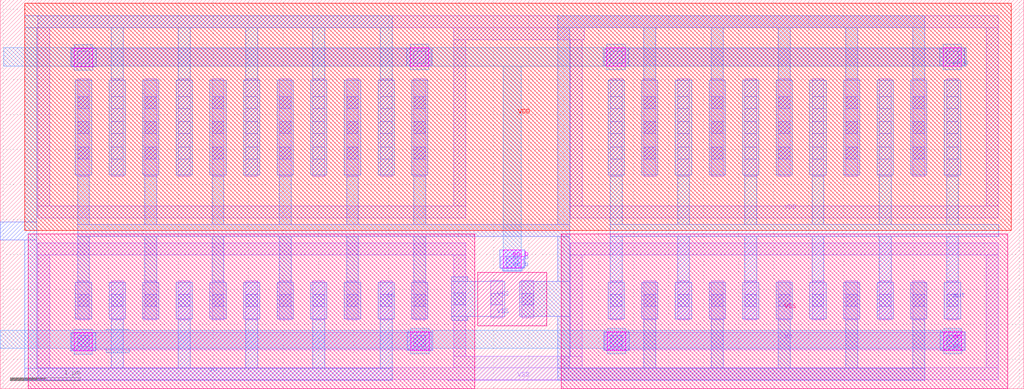
<source format=lef>
VERSION 5.7 ;
  NOWIREEXTENSIONATPIN ON ;
  DIVIDERCHAR "/" ;
  BUSBITCHARS "[]" ;
MACRO switch_5t
  CLASS BLOCK ;
  FOREIGN switch_5t ;
  ORIGIN -0.460 -0.080 ;
  SIZE 14.605 BY 5.560 ;
  PIN VDD
    ANTENNADIFFAREA 5.888800 ;
    PORT
      LAYER nwell ;
        RECT 0.810 2.340 14.885 5.590 ;
      LAYER li1 ;
        RECT 0.990 5.240 14.705 5.410 ;
        RECT 0.990 2.690 1.160 5.240 ;
        RECT 6.930 5.070 8.795 5.240 ;
        RECT 6.930 2.690 7.100 5.070 ;
        RECT 0.990 2.520 7.100 2.690 ;
        RECT 8.595 2.690 8.765 5.070 ;
        RECT 14.535 2.690 14.705 5.240 ;
        RECT 8.595 2.520 14.705 2.690 ;
    END
  END VDD
  PIN VSS
    ANTENNADIFFAREA 5.394600 ;
    PORT
      LAYER pwell ;
        RECT 0.860 0.080 7.230 2.290 ;
        RECT 8.465 0.080 14.835 2.290 ;
      LAYER li1 ;
        RECT 0.990 1.990 7.100 2.160 ;
        RECT 0.990 0.380 1.160 1.990 ;
        RECT 6.930 0.540 7.100 1.990 ;
        RECT 8.595 1.990 14.705 2.160 ;
        RECT 7.460 1.090 7.630 1.630 ;
        RECT 8.595 0.540 8.765 1.990 ;
        RECT 6.930 0.380 8.765 0.540 ;
        RECT 14.535 0.380 14.705 1.990 ;
        RECT 0.990 0.210 14.705 0.380 ;
        RECT 6.840 0.200 8.830 0.210 ;
      LAYER mcon ;
        RECT 6.930 1.280 7.100 1.450 ;
        RECT 7.460 1.275 7.630 1.445 ;
      LAYER met1 ;
        RECT 6.900 1.615 7.130 1.675 ;
        RECT 6.900 1.610 7.630 1.615 ;
        RECT 6.900 1.115 7.660 1.610 ;
        RECT 6.900 1.055 7.130 1.115 ;
        RECT 7.430 1.110 7.660 1.115 ;
    END
  END VSS
  PIN in
    ANTENNADIFFAREA 3.102000 ;
    PORT
      LAYER li1 ;
        RECT 2.040 3.110 2.210 4.510 ;
        RECT 3.000 3.110 3.170 4.510 ;
        RECT 3.960 3.110 4.130 4.510 ;
        RECT 4.920 3.110 5.090 4.510 ;
        RECT 5.880 3.110 6.050 4.510 ;
        RECT 2.040 1.060 2.210 1.620 ;
        RECT 3.000 1.060 3.170 1.620 ;
        RECT 3.960 1.060 4.130 1.620 ;
        RECT 4.920 1.060 5.090 1.620 ;
        RECT 5.880 1.060 6.050 1.620 ;
      LAYER mcon ;
        RECT 2.040 4.085 2.210 4.255 ;
        RECT 2.040 3.725 2.210 3.895 ;
        RECT 2.040 3.365 2.210 3.535 ;
        RECT 3.000 4.085 3.170 4.255 ;
        RECT 3.000 3.725 3.170 3.895 ;
        RECT 3.000 3.365 3.170 3.535 ;
        RECT 3.960 4.085 4.130 4.255 ;
        RECT 3.960 3.725 4.130 3.895 ;
        RECT 3.960 3.365 4.130 3.535 ;
        RECT 4.920 4.085 5.090 4.255 ;
        RECT 4.920 3.725 5.090 3.895 ;
        RECT 4.920 3.365 5.090 3.535 ;
        RECT 5.880 4.085 6.050 4.255 ;
        RECT 5.880 3.725 6.050 3.895 ;
        RECT 5.880 3.365 6.050 3.535 ;
        RECT 2.040 1.255 2.210 1.425 ;
        RECT 3.000 1.255 3.170 1.425 ;
        RECT 3.960 1.255 4.130 1.425 ;
        RECT 4.920 1.255 5.090 1.425 ;
        RECT 5.880 1.255 6.050 1.425 ;
      LAYER met1 ;
        RECT 0.810 5.240 6.050 5.410 ;
        RECT 0.810 2.465 0.980 5.240 ;
        RECT 2.040 4.490 2.210 5.240 ;
        RECT 3.000 4.490 3.170 5.240 ;
        RECT 3.960 4.490 4.130 5.240 ;
        RECT 4.920 4.490 5.090 5.240 ;
        RECT 5.880 4.490 6.050 5.240 ;
        RECT 2.010 3.130 2.240 4.490 ;
        RECT 2.970 3.130 3.200 4.490 ;
        RECT 3.930 3.130 4.160 4.490 ;
        RECT 4.890 3.130 5.120 4.490 ;
        RECT 5.850 3.130 6.080 4.490 ;
        RECT 0.460 2.205 0.980 2.465 ;
        RECT 0.810 0.370 0.980 2.205 ;
        RECT 2.010 1.080 2.240 1.600 ;
        RECT 2.970 1.080 3.200 1.600 ;
        RECT 3.930 1.080 4.160 1.600 ;
        RECT 4.890 1.080 5.120 1.600 ;
        RECT 5.850 1.080 6.080 1.600 ;
        RECT 2.040 0.370 2.210 1.080 ;
        RECT 3.000 0.370 3.170 1.080 ;
        RECT 3.960 0.370 4.130 1.080 ;
        RECT 4.920 0.370 5.090 1.080 ;
        RECT 5.880 0.370 6.050 1.080 ;
        RECT 0.810 0.200 6.050 0.370 ;
    END
  END in
  PIN out
    ANTENNADIFFAREA 3.647200 ;
    PORT
      LAYER li1 ;
        RECT 9.165 3.110 9.335 4.510 ;
        RECT 10.125 3.110 10.295 4.510 ;
        RECT 11.085 3.110 11.255 4.510 ;
        RECT 12.045 3.110 12.215 4.510 ;
        RECT 13.005 3.110 13.175 4.510 ;
        RECT 13.965 3.110 14.135 4.510 ;
        RECT 9.165 1.060 9.335 1.620 ;
        RECT 10.125 1.060 10.295 1.620 ;
        RECT 11.085 1.060 11.255 1.620 ;
        RECT 12.045 1.060 12.215 1.620 ;
        RECT 13.005 1.060 13.175 1.620 ;
        RECT 13.965 1.060 14.135 1.620 ;
      LAYER mcon ;
        RECT 9.165 4.085 9.335 4.255 ;
        RECT 9.165 3.725 9.335 3.895 ;
        RECT 9.165 3.365 9.335 3.535 ;
        RECT 10.125 4.085 10.295 4.255 ;
        RECT 10.125 3.725 10.295 3.895 ;
        RECT 10.125 3.365 10.295 3.535 ;
        RECT 11.085 4.085 11.255 4.255 ;
        RECT 11.085 3.725 11.255 3.895 ;
        RECT 11.085 3.365 11.255 3.535 ;
        RECT 12.045 4.085 12.215 4.255 ;
        RECT 12.045 3.725 12.215 3.895 ;
        RECT 12.045 3.365 12.215 3.535 ;
        RECT 13.005 4.085 13.175 4.255 ;
        RECT 13.005 3.725 13.175 3.895 ;
        RECT 13.005 3.365 13.175 3.535 ;
        RECT 13.965 4.085 14.135 4.255 ;
        RECT 13.965 3.725 14.135 3.895 ;
        RECT 13.965 3.365 14.135 3.535 ;
        RECT 9.165 1.255 9.335 1.425 ;
        RECT 10.125 1.255 10.295 1.425 ;
        RECT 11.085 1.255 11.255 1.425 ;
        RECT 12.045 1.255 12.215 1.425 ;
        RECT 13.005 1.255 13.175 1.425 ;
        RECT 13.965 1.255 14.135 1.425 ;
      LAYER met1 ;
        RECT 9.135 3.130 9.365 4.490 ;
        RECT 10.095 3.130 10.325 4.490 ;
        RECT 11.055 3.130 11.285 4.490 ;
        RECT 12.015 3.130 12.245 4.490 ;
        RECT 12.975 3.130 13.205 4.490 ;
        RECT 13.935 3.130 14.165 4.490 ;
        RECT 9.165 2.425 9.335 3.130 ;
        RECT 10.125 2.425 10.295 3.130 ;
        RECT 11.085 2.425 11.255 3.130 ;
        RECT 12.045 2.425 12.215 3.130 ;
        RECT 13.005 2.425 13.175 3.130 ;
        RECT 13.965 2.425 14.135 3.130 ;
        RECT 9.165 2.255 14.710 2.425 ;
        RECT 9.165 1.600 9.335 2.255 ;
        RECT 10.125 1.600 10.295 2.255 ;
        RECT 11.085 1.600 11.255 2.255 ;
        RECT 12.045 1.600 12.215 2.255 ;
        RECT 13.005 1.600 13.175 2.255 ;
        RECT 13.965 1.600 14.135 2.255 ;
        RECT 9.135 1.080 9.365 1.600 ;
        RECT 10.095 1.080 10.325 1.600 ;
        RECT 11.055 1.080 11.285 1.600 ;
        RECT 12.015 1.080 12.245 1.600 ;
        RECT 12.975 1.080 13.205 1.600 ;
        RECT 13.935 1.080 14.165 1.600 ;
    END
  END out
  PIN en
    ANTENNAGATEAREA 1.560000 ;
    PORT
      LAYER li1 ;
        RECT 1.480 0.635 6.610 0.885 ;
        RECT 9.085 0.635 14.215 0.885 ;
      LAYER mcon ;
        RECT 1.560 0.675 1.730 0.845 ;
        RECT 6.360 0.675 6.530 0.845 ;
        RECT 9.165 0.675 9.335 0.845 ;
        RECT 13.965 0.675 14.135 0.845 ;
      LAYER met1 ;
        RECT 1.460 0.620 1.820 0.880 ;
        RECT 6.270 0.630 6.630 0.890 ;
        RECT 9.075 0.630 9.435 0.890 ;
        RECT 13.875 0.630 14.235 0.890 ;
      LAYER via ;
        RECT 1.510 0.620 1.770 0.880 ;
        RECT 6.320 0.630 6.580 0.890 ;
        RECT 9.125 0.630 9.385 0.890 ;
        RECT 13.925 0.630 14.185 0.890 ;
      LAYER met2 ;
        RECT 1.510 0.915 1.770 0.930 ;
        RECT 1.970 0.915 2.300 0.925 ;
        RECT 6.320 0.915 6.580 0.940 ;
        RECT 9.125 0.915 9.385 0.940 ;
        RECT 13.925 0.915 14.185 0.940 ;
        RECT 0.460 0.655 14.185 0.915 ;
        RECT 1.510 0.570 1.770 0.655 ;
        RECT 1.970 0.595 2.300 0.655 ;
        RECT 6.320 0.580 6.580 0.655 ;
        RECT 9.125 0.580 9.385 0.655 ;
        RECT 13.925 0.580 14.185 0.655 ;
    END
  END en
  PIN en_b
    ANTENNAGATEAREA 4.155000 ;
    PORT
      LAYER li1 ;
        RECT 1.480 4.690 6.610 4.940 ;
        RECT 9.085 4.690 14.215 4.940 ;
        RECT 7.600 1.800 7.930 1.970 ;
      LAYER mcon ;
        RECT 1.560 4.730 1.730 4.900 ;
        RECT 6.360 4.730 6.530 4.900 ;
        RECT 9.165 4.730 9.335 4.900 ;
        RECT 13.965 4.730 14.135 4.900 ;
        RECT 7.680 1.800 7.850 1.970 ;
      LAYER met1 ;
        RECT 1.465 4.685 1.825 4.945 ;
        RECT 6.260 4.690 6.620 4.950 ;
        RECT 9.065 4.690 9.425 4.950 ;
        RECT 13.865 4.690 14.225 4.950 ;
        RECT 7.585 1.805 7.945 2.065 ;
        RECT 7.620 1.770 7.910 1.805 ;
      LAYER via ;
        RECT 1.515 4.685 1.775 4.945 ;
        RECT 6.310 4.690 6.570 4.950 ;
        RECT 9.115 4.690 9.375 4.950 ;
        RECT 13.915 4.690 14.175 4.950 ;
        RECT 7.635 1.805 7.895 2.065 ;
      LAYER met2 ;
        RECT 1.515 4.950 1.775 4.995 ;
        RECT 6.310 4.950 6.570 5.000 ;
        RECT 9.115 4.950 9.375 5.000 ;
        RECT 13.915 4.950 14.175 5.000 ;
        RECT 0.505 4.690 14.245 4.950 ;
        RECT 1.515 4.635 1.775 4.690 ;
        RECT 6.310 4.640 6.570 4.690 ;
        RECT 7.635 1.755 7.895 4.690 ;
        RECT 9.115 4.640 9.375 4.690 ;
        RECT 13.915 4.640 14.175 4.690 ;
    END
  END en_b
  OBS
      LAYER pwell ;
        RECT 7.270 0.980 8.260 1.740 ;
      LAYER li1 ;
        RECT 1.560 3.110 1.730 4.510 ;
        RECT 2.520 3.110 2.690 4.510 ;
        RECT 3.480 3.110 3.650 4.510 ;
        RECT 4.440 3.110 4.610 4.510 ;
        RECT 5.400 3.110 5.570 4.510 ;
        RECT 6.360 3.110 6.530 4.510 ;
        RECT 9.645 3.110 9.815 4.510 ;
        RECT 10.605 3.110 10.775 4.510 ;
        RECT 11.565 3.110 11.735 4.510 ;
        RECT 12.525 3.110 12.695 4.510 ;
        RECT 13.485 3.110 13.655 4.510 ;
        RECT 1.560 1.060 1.730 1.620 ;
        RECT 2.520 1.060 2.690 1.620 ;
        RECT 3.480 1.060 3.650 1.620 ;
        RECT 4.440 1.060 4.610 1.620 ;
        RECT 5.400 1.060 5.570 1.620 ;
        RECT 6.360 1.060 6.530 1.620 ;
        RECT 7.900 1.090 8.070 1.630 ;
        RECT 9.645 1.060 9.815 1.620 ;
        RECT 10.605 1.060 10.775 1.620 ;
        RECT 11.565 1.060 11.735 1.620 ;
        RECT 12.525 1.060 12.695 1.620 ;
        RECT 13.485 1.060 13.655 1.620 ;
      LAYER mcon ;
        RECT 1.560 4.085 1.730 4.255 ;
        RECT 1.560 3.725 1.730 3.895 ;
        RECT 1.560 3.365 1.730 3.535 ;
        RECT 2.520 4.085 2.690 4.255 ;
        RECT 2.520 3.725 2.690 3.895 ;
        RECT 2.520 3.365 2.690 3.535 ;
        RECT 3.480 4.085 3.650 4.255 ;
        RECT 3.480 3.725 3.650 3.895 ;
        RECT 3.480 3.365 3.650 3.535 ;
        RECT 4.440 4.085 4.610 4.255 ;
        RECT 4.440 3.725 4.610 3.895 ;
        RECT 4.440 3.365 4.610 3.535 ;
        RECT 5.400 4.085 5.570 4.255 ;
        RECT 5.400 3.725 5.570 3.895 ;
        RECT 5.400 3.365 5.570 3.535 ;
        RECT 6.360 4.085 6.530 4.255 ;
        RECT 6.360 3.725 6.530 3.895 ;
        RECT 6.360 3.365 6.530 3.535 ;
        RECT 9.645 4.085 9.815 4.255 ;
        RECT 9.645 3.725 9.815 3.895 ;
        RECT 9.645 3.365 9.815 3.535 ;
        RECT 10.605 4.085 10.775 4.255 ;
        RECT 10.605 3.725 10.775 3.895 ;
        RECT 10.605 3.365 10.775 3.535 ;
        RECT 11.565 4.085 11.735 4.255 ;
        RECT 11.565 3.725 11.735 3.895 ;
        RECT 11.565 3.365 11.735 3.535 ;
        RECT 12.525 4.085 12.695 4.255 ;
        RECT 12.525 3.725 12.695 3.895 ;
        RECT 12.525 3.365 12.695 3.535 ;
        RECT 13.485 4.085 13.655 4.255 ;
        RECT 13.485 3.725 13.655 3.895 ;
        RECT 13.485 3.365 13.655 3.535 ;
        RECT 1.560 1.255 1.730 1.425 ;
        RECT 2.520 1.255 2.690 1.425 ;
        RECT 3.480 1.255 3.650 1.425 ;
        RECT 4.440 1.255 4.610 1.425 ;
        RECT 5.400 1.255 5.570 1.425 ;
        RECT 6.360 1.255 6.530 1.425 ;
        RECT 7.900 1.275 8.070 1.445 ;
        RECT 9.645 1.255 9.815 1.425 ;
        RECT 10.605 1.255 10.775 1.425 ;
        RECT 11.565 1.255 11.735 1.425 ;
        RECT 12.525 1.255 12.695 1.425 ;
        RECT 13.485 1.255 13.655 1.425 ;
      LAYER met1 ;
        RECT 8.415 5.240 13.655 5.410 ;
        RECT 1.530 3.130 1.760 4.490 ;
        RECT 2.490 3.130 2.720 4.490 ;
        RECT 3.450 3.130 3.680 4.490 ;
        RECT 4.410 3.130 4.640 4.490 ;
        RECT 5.370 3.130 5.600 4.490 ;
        RECT 6.330 3.130 6.560 4.490 ;
        RECT 1.560 2.425 1.730 3.130 ;
        RECT 2.520 2.425 2.690 3.130 ;
        RECT 3.480 2.425 3.650 3.130 ;
        RECT 4.440 2.425 4.610 3.130 ;
        RECT 5.400 2.425 5.570 3.130 ;
        RECT 6.360 2.425 6.530 3.130 ;
        RECT 8.415 2.425 8.585 5.240 ;
        RECT 9.645 4.490 9.815 5.240 ;
        RECT 10.605 4.490 10.775 5.240 ;
        RECT 11.565 4.490 11.735 5.240 ;
        RECT 12.525 4.490 12.695 5.240 ;
        RECT 13.485 4.490 13.655 5.240 ;
        RECT 9.615 3.130 9.845 4.490 ;
        RECT 10.575 3.130 10.805 4.490 ;
        RECT 11.535 3.130 11.765 4.490 ;
        RECT 12.495 3.130 12.725 4.490 ;
        RECT 13.455 3.130 13.685 4.490 ;
        RECT 1.560 2.255 8.585 2.425 ;
        RECT 1.560 1.600 1.730 2.255 ;
        RECT 2.520 1.600 2.690 2.255 ;
        RECT 3.480 1.600 3.650 2.255 ;
        RECT 4.440 1.600 4.610 2.255 ;
        RECT 5.400 1.600 5.570 2.255 ;
        RECT 6.360 1.600 6.530 2.255 ;
        RECT 8.415 1.615 8.585 2.255 ;
        RECT 7.900 1.610 8.585 1.615 ;
        RECT 1.530 1.080 1.760 1.600 ;
        RECT 2.490 1.080 2.720 1.600 ;
        RECT 3.450 1.080 3.680 1.600 ;
        RECT 4.410 1.080 4.640 1.600 ;
        RECT 5.370 1.080 5.600 1.600 ;
        RECT 6.330 1.080 6.560 1.600 ;
        RECT 7.870 1.115 8.585 1.610 ;
        RECT 7.870 1.110 8.100 1.115 ;
        RECT 8.415 0.370 8.585 1.115 ;
        RECT 9.615 1.080 9.845 1.600 ;
        RECT 10.575 1.080 10.805 1.600 ;
        RECT 11.535 1.080 11.765 1.600 ;
        RECT 12.495 1.080 12.725 1.600 ;
        RECT 13.455 1.080 13.685 1.600 ;
        RECT 9.645 0.370 9.815 1.080 ;
        RECT 10.605 0.370 10.775 1.080 ;
        RECT 11.565 0.370 11.735 1.080 ;
        RECT 12.525 0.370 12.695 1.080 ;
        RECT 13.485 0.370 13.655 1.080 ;
        RECT 8.415 0.200 13.655 0.370 ;
  END
END switch_5t
END LIBRARY


</source>
